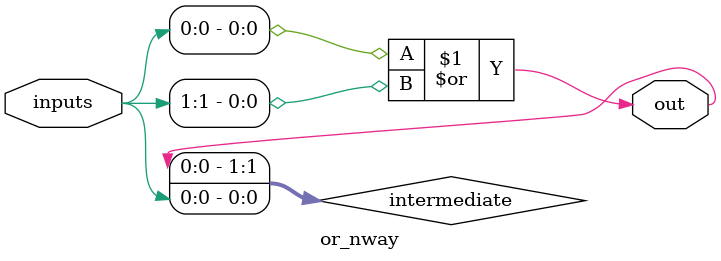
<source format=v>

module or_nway
#(parameter NB_IN = 2)
(output out, input [NB_IN - 1:0] inputs);
  wire [NB_IN - 1:0] intermediate;

  genvar i;
  assign intermediate[0] = inputs[0];

  generate
    for (i = 1; i < NB_IN; i = i + 1) begin: or_chain
      or or_gate(intermediate[i], intermediate[i - 1], inputs[i]);
    end
  endgenerate

  assign out = intermediate[NB_IN - 1];
endmodule

</source>
